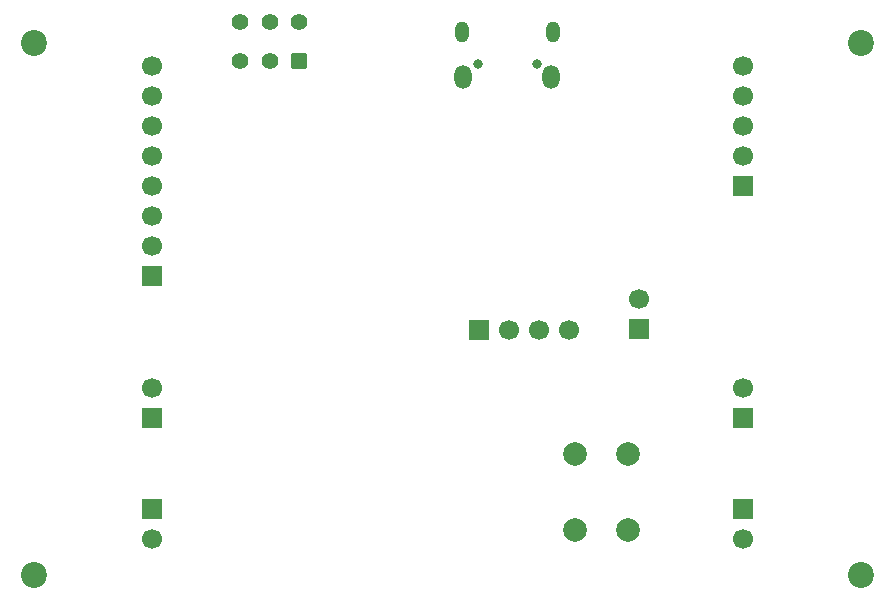
<source format=gbr>
%TF.GenerationSoftware,KiCad,Pcbnew,9.0.4*%
%TF.CreationDate,2025-11-28T16:57:25+01:00*%
%TF.ProjectId,Drone_PCB,44726f6e-655f-4504-9342-2e6b69636164,rev?*%
%TF.SameCoordinates,Original*%
%TF.FileFunction,Soldermask,Bot*%
%TF.FilePolarity,Negative*%
%FSLAX46Y46*%
G04 Gerber Fmt 4.6, Leading zero omitted, Abs format (unit mm)*
G04 Created by KiCad (PCBNEW 9.0.4) date 2025-11-28 16:57:25*
%MOMM*%
%LPD*%
G01*
G04 APERTURE LIST*
G04 Aperture macros list*
%AMRoundRect*
0 Rectangle with rounded corners*
0 $1 Rounding radius*
0 $2 $3 $4 $5 $6 $7 $8 $9 X,Y pos of 4 corners*
0 Add a 4 corners polygon primitive as box body*
4,1,4,$2,$3,$4,$5,$6,$7,$8,$9,$2,$3,0*
0 Add four circle primitives for the rounded corners*
1,1,$1+$1,$2,$3*
1,1,$1+$1,$4,$5*
1,1,$1+$1,$6,$7*
1,1,$1+$1,$8,$9*
0 Add four rect primitives between the rounded corners*
20,1,$1+$1,$2,$3,$4,$5,0*
20,1,$1+$1,$4,$5,$6,$7,0*
20,1,$1+$1,$6,$7,$8,$9,0*
20,1,$1+$1,$8,$9,$2,$3,0*%
G04 Aperture macros list end*
%ADD10R,1.700000X1.700000*%
%ADD11C,1.700000*%
%ADD12C,2.200000*%
%ADD13C,2.000000*%
%ADD14RoundRect,0.250000X0.450000X0.450000X-0.450000X0.450000X-0.450000X-0.450000X0.450000X-0.450000X0*%
%ADD15C,1.400000*%
%ADD16O,0.800000X0.800000*%
%ADD17O,1.150000X1.800000*%
%ADD18O,1.450000X2.000000*%
G04 APERTURE END LIST*
D10*
%TO.C,J2*%
X47498000Y-74676000D03*
D11*
X47498000Y-72136000D03*
X47498000Y-69596000D03*
X47498000Y-67056000D03*
X47498000Y-64516000D03*
X47498000Y-61976000D03*
X47498000Y-59436000D03*
X47498000Y-56896000D03*
%TD*%
D10*
%TO.C,J8*%
X88725000Y-79210000D03*
D11*
X88725000Y-76670000D03*
%TD*%
D10*
%TO.C,J6*%
X47500000Y-86750000D03*
D11*
X47500000Y-84210000D03*
%TD*%
D10*
%TO.C,J1*%
X75184000Y-79248000D03*
D11*
X77724000Y-79248000D03*
X80264000Y-79248000D03*
X82804000Y-79248000D03*
%TD*%
D10*
%TO.C,J5*%
X97525000Y-94460000D03*
D11*
X97525000Y-97000000D03*
%TD*%
D10*
%TO.C,J4*%
X47500000Y-94460000D03*
D11*
X47500000Y-97000000D03*
%TD*%
D12*
%TO.C,H4*%
X107500000Y-100000000D03*
%TD*%
%TO.C,H1*%
X37500000Y-55000000D03*
%TD*%
D13*
%TO.C,SW1*%
X83250000Y-96250000D03*
X83250000Y-89750000D03*
X87750000Y-96250000D03*
X87750000Y-89750000D03*
%TD*%
D10*
%TO.C,J3*%
X97536000Y-67056000D03*
D11*
X97536000Y-64516000D03*
X97536000Y-61976000D03*
X97536000Y-59436000D03*
X97536000Y-56896000D03*
%TD*%
D10*
%TO.C,J7*%
X97525000Y-86750000D03*
D11*
X97525000Y-84210000D03*
%TD*%
D12*
%TO.C,H2*%
X107500000Y-55000000D03*
%TD*%
D14*
%TO.C,SW2*%
X59944000Y-56517500D03*
D15*
X57444000Y-56517500D03*
X54944000Y-56517500D03*
X54944000Y-53217500D03*
X57444000Y-53217500D03*
X59944000Y-53217500D03*
%TD*%
D16*
%TO.C,J9*%
X80055000Y-56800000D03*
X75055000Y-56800000D03*
D17*
X81430000Y-54050000D03*
D18*
X81280000Y-57850000D03*
X73830000Y-57850000D03*
D17*
X73680000Y-54050000D03*
%TD*%
D12*
%TO.C,H3*%
X37500000Y-100000000D03*
%TD*%
M02*

</source>
